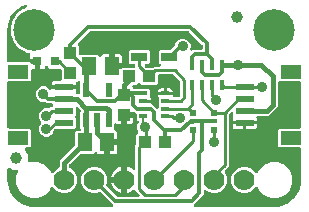
<source format=gbr>
G04 EAGLE Gerber RS-274X export*
G75*
%MOMM*%
%FSLAX34Y34*%
%LPD*%
%INTop Copper*%
%IPPOS*%
%AMOC8*
5,1,8,0,0,1.08239X$1,22.5*%
G01*
%ADD10R,1.240000X1.500000*%
%ADD11R,0.550000X1.200000*%
%ADD12R,1.000000X1.075000*%
%ADD13R,0.450000X0.900000*%
%ADD14R,0.500000X0.500000*%
%ADD15R,0.500000X0.400000*%
%ADD16C,3.516000*%
%ADD17R,1.550000X0.600000*%
%ADD18R,1.800000X1.200000*%
%ADD19C,1.000000*%
%ADD20R,0.800000X0.800000*%
%ADD21R,1.075000X1.000000*%
%ADD22R,1.350000X0.800000*%
%ADD23C,1.778000*%
%ADD24R,0.725000X0.350000*%
%ADD25C,0.406400*%
%ADD26C,0.889000*%
%ADD27C,0.304800*%
%ADD28C,0.254000*%
%ADD29C,0.203200*%

G36*
X228622Y2543D02*
X228622Y2543D01*
X228700Y2545D01*
X232077Y2810D01*
X232145Y2824D01*
X232214Y2829D01*
X232370Y2869D01*
X238794Y4956D01*
X238901Y5006D01*
X239012Y5050D01*
X239063Y5083D01*
X239082Y5091D01*
X239097Y5104D01*
X239148Y5136D01*
X244612Y9107D01*
X244699Y9188D01*
X244746Y9227D01*
X244752Y9231D01*
X244753Y9232D01*
X244791Y9264D01*
X244829Y9310D01*
X244844Y9324D01*
X244855Y9342D01*
X244893Y9388D01*
X248864Y14852D01*
X248921Y14956D01*
X248985Y15056D01*
X249007Y15113D01*
X249017Y15131D01*
X249022Y15151D01*
X249044Y15206D01*
X251131Y21630D01*
X251144Y21698D01*
X251167Y21764D01*
X251190Y21923D01*
X251455Y25300D01*
X251455Y25304D01*
X251456Y25307D01*
X251455Y25326D01*
X251459Y25400D01*
X251459Y51598D01*
X251444Y51716D01*
X251437Y51835D01*
X251424Y51873D01*
X251419Y51914D01*
X251376Y52024D01*
X251339Y52137D01*
X251317Y52172D01*
X251302Y52209D01*
X251233Y52305D01*
X251169Y52406D01*
X251139Y52434D01*
X251116Y52467D01*
X251024Y52543D01*
X250937Y52624D01*
X250902Y52644D01*
X250871Y52669D01*
X250763Y52720D01*
X250659Y52778D01*
X250619Y52788D01*
X250583Y52805D01*
X250466Y52827D01*
X250351Y52857D01*
X250291Y52861D01*
X250271Y52865D01*
X250250Y52863D01*
X250190Y52867D01*
X232618Y52867D01*
X231427Y54058D01*
X231427Y67742D01*
X232618Y68933D01*
X250190Y68933D01*
X250308Y68948D01*
X250427Y68955D01*
X250465Y68968D01*
X250506Y68973D01*
X250616Y69016D01*
X250729Y69053D01*
X250764Y69075D01*
X250801Y69090D01*
X250897Y69159D01*
X250998Y69223D01*
X251026Y69253D01*
X251059Y69276D01*
X251135Y69368D01*
X251216Y69455D01*
X251236Y69490D01*
X251261Y69521D01*
X251312Y69629D01*
X251370Y69733D01*
X251380Y69773D01*
X251397Y69809D01*
X251419Y69926D01*
X251449Y70041D01*
X251453Y70101D01*
X251457Y70121D01*
X251455Y70142D01*
X251459Y70202D01*
X251459Y107598D01*
X251444Y107716D01*
X251437Y107835D01*
X251424Y107873D01*
X251419Y107914D01*
X251376Y108024D01*
X251339Y108137D01*
X251317Y108172D01*
X251302Y108209D01*
X251233Y108305D01*
X251169Y108406D01*
X251139Y108434D01*
X251116Y108467D01*
X251024Y108543D01*
X250937Y108624D01*
X250902Y108644D01*
X250871Y108669D01*
X250763Y108720D01*
X250659Y108778D01*
X250619Y108788D01*
X250583Y108805D01*
X250466Y108827D01*
X250351Y108857D01*
X250291Y108861D01*
X250271Y108865D01*
X250250Y108863D01*
X250190Y108867D01*
X232664Y108867D01*
X232546Y108852D01*
X232427Y108845D01*
X232389Y108832D01*
X232348Y108827D01*
X232238Y108784D01*
X232125Y108747D01*
X232090Y108725D01*
X232053Y108710D01*
X231957Y108641D01*
X231856Y108577D01*
X231828Y108547D01*
X231795Y108524D01*
X231719Y108432D01*
X231638Y108345D01*
X231618Y108310D01*
X231593Y108279D01*
X231542Y108171D01*
X231484Y108067D01*
X231474Y108027D01*
X231457Y107991D01*
X231435Y107874D01*
X231405Y107759D01*
X231401Y107699D01*
X231397Y107679D01*
X231399Y107658D01*
X231395Y107598D01*
X231395Y87216D01*
X226766Y82588D01*
X224014Y79835D01*
X214647Y79835D01*
X214516Y79819D01*
X214384Y79808D01*
X214359Y79799D01*
X214332Y79795D01*
X214209Y79747D01*
X214084Y79703D01*
X214061Y79688D01*
X214036Y79678D01*
X213929Y79601D01*
X213819Y79527D01*
X213801Y79507D01*
X213779Y79492D01*
X213694Y79389D01*
X213606Y79291D01*
X213593Y79267D01*
X213576Y79247D01*
X213520Y79127D01*
X213458Y79009D01*
X213452Y78983D01*
X213441Y78959D01*
X213416Y78829D01*
X213385Y78700D01*
X213386Y78673D01*
X213381Y78647D01*
X213389Y78515D01*
X213392Y78382D01*
X213399Y78356D01*
X213401Y78329D01*
X213441Y78203D01*
X213477Y78076D01*
X213494Y78041D01*
X213499Y78027D01*
X213510Y78008D01*
X213548Y77931D01*
X213578Y77881D01*
X213751Y77234D01*
X213751Y75399D01*
X203690Y75399D01*
X203572Y75384D01*
X203453Y75377D01*
X203446Y75375D01*
X203390Y75389D01*
X203330Y75393D01*
X203310Y75397D01*
X203290Y75395D01*
X203230Y75399D01*
X193169Y75399D01*
X193169Y77234D01*
X193342Y77881D01*
X193718Y78531D01*
X193730Y78545D01*
X193749Y78581D01*
X193773Y78612D01*
X193821Y78722D01*
X193875Y78828D01*
X193884Y78867D01*
X193900Y78904D01*
X193918Y79022D01*
X193945Y79139D01*
X193943Y79178D01*
X193950Y79218D01*
X193939Y79337D01*
X193935Y79457D01*
X193924Y79495D01*
X193920Y79535D01*
X193880Y79647D01*
X193847Y79762D01*
X193826Y79796D01*
X193813Y79834D01*
X193746Y79933D01*
X193685Y80036D01*
X193677Y80045D01*
X193677Y81802D01*
X193660Y81940D01*
X193647Y82079D01*
X193640Y82098D01*
X193637Y82118D01*
X193586Y82247D01*
X193539Y82378D01*
X193528Y82395D01*
X193520Y82413D01*
X193439Y82526D01*
X193361Y82641D01*
X193345Y82654D01*
X193334Y82671D01*
X193226Y82760D01*
X193122Y82852D01*
X193104Y82861D01*
X193089Y82874D01*
X192963Y82933D01*
X192839Y82996D01*
X192819Y83001D01*
X192801Y83009D01*
X192664Y83035D01*
X192529Y83066D01*
X192508Y83065D01*
X192489Y83069D01*
X192350Y83060D01*
X192211Y83056D01*
X192191Y83050D01*
X192171Y83049D01*
X192039Y83006D01*
X191905Y82968D01*
X191888Y82957D01*
X191869Y82951D01*
X191751Y82877D01*
X191631Y82806D01*
X191610Y82788D01*
X191600Y82781D01*
X191586Y82766D01*
X191511Y82700D01*
X190364Y81554D01*
X190304Y81476D01*
X190236Y81403D01*
X190207Y81350D01*
X190170Y81302D01*
X190130Y81212D01*
X190082Y81125D01*
X190067Y81066D01*
X190043Y81011D01*
X190028Y80913D01*
X190003Y80817D01*
X189997Y80717D01*
X189993Y80696D01*
X189995Y80684D01*
X189993Y80656D01*
X189993Y36732D01*
X187686Y34426D01*
X187686Y34425D01*
X186851Y33591D01*
X186779Y33497D01*
X186700Y33407D01*
X186681Y33371D01*
X186656Y33339D01*
X186609Y33230D01*
X186555Y33124D01*
X186546Y33085D01*
X186530Y33048D01*
X186511Y32930D01*
X186485Y32814D01*
X186487Y32773D01*
X186480Y32733D01*
X186491Y32615D01*
X186495Y32496D01*
X186506Y32457D01*
X186510Y32417D01*
X186550Y32305D01*
X186583Y32190D01*
X186604Y32155D01*
X186618Y32118D01*
X186684Y32019D01*
X186745Y31916D01*
X186785Y31871D01*
X186796Y31854D01*
X186812Y31841D01*
X186851Y31796D01*
X187060Y31587D01*
X188723Y27573D01*
X188723Y23227D01*
X187060Y19213D01*
X183987Y16140D01*
X179973Y14477D01*
X175627Y14477D01*
X171613Y16140D01*
X170823Y16929D01*
X170714Y17014D01*
X170607Y17103D01*
X170588Y17112D01*
X170572Y17124D01*
X170445Y17180D01*
X170319Y17239D01*
X170299Y17243D01*
X170280Y17251D01*
X170142Y17273D01*
X170006Y17299D01*
X169986Y17297D01*
X169966Y17301D01*
X169827Y17288D01*
X169689Y17279D01*
X169670Y17273D01*
X169650Y17271D01*
X169518Y17224D01*
X169387Y17181D01*
X169369Y17170D01*
X169350Y17163D01*
X169235Y17085D01*
X169118Y17011D01*
X169104Y16996D01*
X169087Y16985D01*
X168995Y16881D01*
X168900Y16779D01*
X168890Y16761D01*
X168877Y16746D01*
X168814Y16622D01*
X168746Y16501D01*
X168741Y16481D01*
X168732Y16463D01*
X168702Y16327D01*
X168667Y16193D01*
X168665Y16165D01*
X168662Y16153D01*
X168663Y16132D01*
X168657Y16032D01*
X168657Y12497D01*
X160867Y4707D01*
X160782Y4598D01*
X160694Y4491D01*
X160685Y4472D01*
X160672Y4456D01*
X160617Y4328D01*
X160558Y4203D01*
X160554Y4183D01*
X160546Y4164D01*
X160524Y4026D01*
X160498Y3890D01*
X160499Y3870D01*
X160496Y3850D01*
X160509Y3711D01*
X160518Y3573D01*
X160524Y3554D01*
X160526Y3534D01*
X160573Y3402D01*
X160616Y3271D01*
X160627Y3253D01*
X160634Y3234D01*
X160712Y3119D01*
X160786Y3002D01*
X160801Y2988D01*
X160812Y2971D01*
X160917Y2879D01*
X161018Y2784D01*
X161035Y2774D01*
X161051Y2761D01*
X161175Y2697D01*
X161296Y2630D01*
X161316Y2625D01*
X161334Y2616D01*
X161470Y2586D01*
X161604Y2551D01*
X161632Y2549D01*
X161644Y2546D01*
X161665Y2547D01*
X161765Y2541D01*
X228600Y2541D01*
X228622Y2543D01*
G37*
G36*
X40516Y30976D02*
X40516Y30976D01*
X40536Y30975D01*
X40672Y31003D01*
X40809Y31027D01*
X40827Y31035D01*
X40847Y31039D01*
X40973Y31101D01*
X41099Y31158D01*
X41115Y31170D01*
X41133Y31179D01*
X41239Y31270D01*
X41347Y31356D01*
X41360Y31372D01*
X41375Y31385D01*
X41455Y31499D01*
X41464Y31511D01*
X44613Y34660D01*
X45952Y35214D01*
X45977Y35229D01*
X46005Y35238D01*
X46115Y35308D01*
X46228Y35372D01*
X46249Y35393D01*
X46274Y35408D01*
X46363Y35503D01*
X46456Y35593D01*
X46472Y35618D01*
X46492Y35640D01*
X46555Y35754D01*
X46623Y35864D01*
X46631Y35893D01*
X46646Y35918D01*
X46678Y36044D01*
X46716Y36168D01*
X46718Y36198D01*
X46725Y36226D01*
X46735Y36387D01*
X46735Y41664D01*
X59366Y54294D01*
X59426Y54372D01*
X59494Y54444D01*
X59523Y54497D01*
X59560Y54545D01*
X59600Y54636D01*
X59648Y54723D01*
X59663Y54781D01*
X59687Y54837D01*
X59702Y54935D01*
X59727Y55031D01*
X59733Y55131D01*
X59737Y55151D01*
X59735Y55163D01*
X59737Y55191D01*
X59737Y65492D01*
X60928Y66683D01*
X63767Y66683D01*
X63905Y66700D01*
X64044Y66713D01*
X64063Y66720D01*
X64083Y66723D01*
X64212Y66774D01*
X64343Y66821D01*
X64360Y66832D01*
X64379Y66840D01*
X64491Y66921D01*
X64606Y66999D01*
X64619Y67015D01*
X64636Y67026D01*
X64725Y67134D01*
X64817Y67238D01*
X64826Y67256D01*
X64839Y67271D01*
X64898Y67397D01*
X64961Y67521D01*
X64966Y67541D01*
X64974Y67559D01*
X65000Y67695D01*
X65031Y67831D01*
X65030Y67852D01*
X65034Y67871D01*
X65025Y68010D01*
X65021Y68149D01*
X65016Y68169D01*
X65014Y68189D01*
X64971Y68321D01*
X64933Y68455D01*
X64922Y68472D01*
X64916Y68491D01*
X64842Y68609D01*
X64771Y68729D01*
X64753Y68750D01*
X64746Y68760D01*
X64731Y68774D01*
X64665Y68850D01*
X64457Y69057D01*
X64457Y82741D01*
X64581Y82865D01*
X64654Y82959D01*
X64733Y83048D01*
X64752Y83085D01*
X64776Y83116D01*
X64824Y83226D01*
X64878Y83332D01*
X64887Y83371D01*
X64903Y83408D01*
X64921Y83526D01*
X64947Y83642D01*
X64946Y83682D01*
X64953Y83722D01*
X64941Y83841D01*
X64938Y83960D01*
X64927Y83999D01*
X64923Y84039D01*
X64882Y84151D01*
X64849Y84265D01*
X64829Y84300D01*
X64815Y84338D01*
X64748Y84437D01*
X64688Y84539D01*
X64656Y84575D01*
X64653Y84581D01*
X64647Y84586D01*
X64637Y84601D01*
X64621Y84615D01*
X64581Y84660D01*
X62489Y86752D01*
X62380Y86837D01*
X62273Y86926D01*
X62254Y86935D01*
X62238Y86947D01*
X62110Y87003D01*
X61985Y87062D01*
X61965Y87065D01*
X61946Y87073D01*
X61808Y87095D01*
X61672Y87121D01*
X61652Y87120D01*
X61632Y87123D01*
X61493Y87110D01*
X61355Y87102D01*
X61336Y87095D01*
X61316Y87093D01*
X61184Y87046D01*
X61053Y87004D01*
X61035Y86993D01*
X61016Y86986D01*
X60901Y86908D01*
X60784Y86833D01*
X60770Y86819D01*
X60753Y86807D01*
X60661Y86703D01*
X60566Y86602D01*
X60556Y86584D01*
X60543Y86569D01*
X60479Y86445D01*
X60412Y86323D01*
X60407Y86304D01*
X60398Y86286D01*
X60368Y86150D01*
X60333Y86015D01*
X60331Y85987D01*
X60328Y85975D01*
X60329Y85955D01*
X60323Y85855D01*
X60323Y80058D01*
X60062Y79798D01*
X59989Y79703D01*
X59910Y79614D01*
X59892Y79578D01*
X59867Y79546D01*
X59820Y79437D01*
X59766Y79331D01*
X59757Y79292D01*
X59741Y79254D01*
X59722Y79136D01*
X59696Y79021D01*
X59697Y78980D01*
X59691Y78940D01*
X59702Y78822D01*
X59706Y78703D01*
X59717Y78664D01*
X59721Y78624D01*
X59761Y78512D01*
X59794Y78397D01*
X59815Y78362D01*
X59828Y78324D01*
X59895Y78226D01*
X59956Y78123D01*
X59996Y78078D01*
X60007Y78061D01*
X60022Y78048D01*
X60062Y78003D01*
X60323Y77742D01*
X60323Y70058D01*
X59132Y68867D01*
X43584Y68867D01*
X43486Y68855D01*
X43387Y68852D01*
X43328Y68835D01*
X43268Y68827D01*
X43176Y68791D01*
X43081Y68763D01*
X43029Y68733D01*
X42973Y68710D01*
X42893Y68652D01*
X42807Y68602D01*
X42732Y68536D01*
X42715Y68524D01*
X42707Y68514D01*
X42686Y68496D01*
X42409Y68219D01*
X42349Y68140D01*
X42281Y68068D01*
X42252Y68015D01*
X42215Y67967D01*
X42175Y67876D01*
X42127Y67790D01*
X42112Y67731D01*
X42088Y67676D01*
X42073Y67578D01*
X42048Y67482D01*
X42042Y67382D01*
X42038Y67361D01*
X42040Y67349D01*
X42038Y67321D01*
X42038Y67291D01*
X41052Y64911D01*
X39229Y63088D01*
X36849Y62102D01*
X34271Y62102D01*
X31891Y63088D01*
X30068Y64911D01*
X29082Y67291D01*
X29082Y69869D01*
X30068Y72249D01*
X30963Y73144D01*
X31036Y73238D01*
X31114Y73327D01*
X31133Y73363D01*
X31158Y73395D01*
X31205Y73504D01*
X31259Y73610D01*
X31268Y73649D01*
X31284Y73687D01*
X31303Y73804D01*
X31329Y73920D01*
X31327Y73961D01*
X31334Y74001D01*
X31323Y74119D01*
X31319Y74238D01*
X31308Y74277D01*
X31304Y74317D01*
X31264Y74429D01*
X31231Y74544D01*
X31210Y74579D01*
X31196Y74617D01*
X31129Y74715D01*
X31069Y74818D01*
X31029Y74863D01*
X31018Y74880D01*
X31002Y74893D01*
X30963Y74939D01*
X30068Y75833D01*
X29082Y78213D01*
X29082Y80791D01*
X30068Y83171D01*
X31891Y84994D01*
X34271Y85980D01*
X36909Y85980D01*
X36911Y85979D01*
X37037Y85945D01*
X37066Y85944D01*
X37095Y85938D01*
X37225Y85942D01*
X37355Y85940D01*
X37383Y85947D01*
X37413Y85948D01*
X37538Y85984D01*
X37664Y86014D01*
X37690Y86028D01*
X37718Y86036D01*
X37830Y86102D01*
X37945Y86163D01*
X37967Y86183D01*
X37992Y86198D01*
X38113Y86304D01*
X39012Y87203D01*
X39692Y87203D01*
X39790Y87215D01*
X39889Y87218D01*
X39948Y87235D01*
X40008Y87243D01*
X40100Y87279D01*
X40195Y87307D01*
X40247Y87337D01*
X40303Y87360D01*
X40384Y87418D01*
X40469Y87468D01*
X40544Y87534D01*
X40561Y87546D01*
X40569Y87556D01*
X40590Y87574D01*
X41018Y88003D01*
X41091Y88097D01*
X41170Y88186D01*
X41188Y88222D01*
X41213Y88254D01*
X41260Y88363D01*
X41314Y88469D01*
X41323Y88508D01*
X41339Y88546D01*
X41358Y88664D01*
X41384Y88779D01*
X41383Y88820D01*
X41389Y88860D01*
X41378Y88979D01*
X41374Y89097D01*
X41363Y89136D01*
X41359Y89176D01*
X41319Y89288D01*
X41286Y89403D01*
X41265Y89438D01*
X41252Y89476D01*
X41185Y89574D01*
X41124Y89677D01*
X41084Y89722D01*
X41073Y89739D01*
X41058Y89752D01*
X41018Y89798D01*
X40844Y89972D01*
X40766Y90032D01*
X40693Y90100D01*
X40640Y90129D01*
X40592Y90167D01*
X40501Y90206D01*
X40415Y90254D01*
X40356Y90269D01*
X40301Y90293D01*
X40203Y90308D01*
X40107Y90333D01*
X40007Y90339D01*
X39986Y90343D01*
X39974Y90341D01*
X39946Y90343D01*
X35691Y90343D01*
X34840Y91195D01*
X34761Y91255D01*
X34689Y91323D01*
X34636Y91352D01*
X34588Y91389D01*
X34497Y91429D01*
X34411Y91477D01*
X34352Y91492D01*
X34296Y91516D01*
X34198Y91531D01*
X34103Y91556D01*
X34003Y91562D01*
X33982Y91566D01*
X33970Y91564D01*
X33942Y91566D01*
X31731Y91566D01*
X29351Y92552D01*
X27528Y94375D01*
X26542Y96755D01*
X26542Y99333D01*
X27528Y101713D01*
X29351Y103536D01*
X31731Y104522D01*
X34309Y104522D01*
X36689Y103536D01*
X38083Y102142D01*
X38192Y102057D01*
X38299Y101968D01*
X38318Y101960D01*
X38334Y101947D01*
X38462Y101892D01*
X38587Y101833D01*
X38607Y101829D01*
X38626Y101821D01*
X38764Y101799D01*
X38900Y101773D01*
X38920Y101774D01*
X38940Y101771D01*
X39079Y101784D01*
X39217Y101793D01*
X39236Y101799D01*
X39256Y101801D01*
X39388Y101848D01*
X39519Y101891D01*
X39537Y101902D01*
X39556Y101909D01*
X39671Y101987D01*
X39788Y102061D01*
X39802Y102076D01*
X39819Y102087D01*
X39911Y102192D01*
X40006Y102293D01*
X40016Y102310D01*
X40029Y102326D01*
X40068Y102401D01*
X50310Y102401D01*
X50428Y102416D01*
X50547Y102423D01*
X50554Y102425D01*
X50610Y102411D01*
X50670Y102407D01*
X50690Y102403D01*
X50710Y102405D01*
X50770Y102401D01*
X60831Y102401D01*
X60831Y100566D01*
X60658Y99919D01*
X60628Y99869D01*
X60577Y99747D01*
X60521Y99627D01*
X60516Y99600D01*
X60505Y99576D01*
X60486Y99444D01*
X60461Y99314D01*
X60462Y99288D01*
X60459Y99261D01*
X60472Y99129D01*
X60481Y98997D01*
X60489Y98972D01*
X60492Y98945D01*
X60538Y98820D01*
X60579Y98695D01*
X60593Y98672D01*
X60602Y98647D01*
X60678Y98538D01*
X60749Y98426D01*
X60768Y98407D01*
X60784Y98385D01*
X60884Y98299D01*
X60980Y98208D01*
X61004Y98195D01*
X61024Y98177D01*
X61143Y98118D01*
X61259Y98054D01*
X61285Y98048D01*
X61309Y98036D01*
X61439Y98008D01*
X61567Y97975D01*
X61605Y97973D01*
X61620Y97969D01*
X61642Y97970D01*
X61727Y97965D01*
X63188Y97965D01*
X63306Y97980D01*
X63425Y97987D01*
X63463Y98000D01*
X63504Y98005D01*
X63614Y98048D01*
X63727Y98085D01*
X63762Y98107D01*
X63799Y98122D01*
X63895Y98191D01*
X63996Y98255D01*
X64024Y98285D01*
X64057Y98308D01*
X64133Y98400D01*
X64214Y98487D01*
X64234Y98522D01*
X64259Y98553D01*
X64310Y98661D01*
X64368Y98765D01*
X64378Y98805D01*
X64395Y98841D01*
X64417Y98958D01*
X64447Y99073D01*
X64451Y99133D01*
X64455Y99153D01*
X64453Y99174D01*
X64457Y99234D01*
X64457Y108223D01*
X64440Y108361D01*
X64427Y108500D01*
X64420Y108519D01*
X64417Y108539D01*
X64366Y108668D01*
X64319Y108799D01*
X64308Y108816D01*
X64300Y108835D01*
X64219Y108947D01*
X64141Y109062D01*
X64125Y109075D01*
X64114Y109092D01*
X64006Y109181D01*
X63902Y109273D01*
X63884Y109282D01*
X63869Y109295D01*
X63743Y109354D01*
X63619Y109417D01*
X63599Y109422D01*
X63581Y109430D01*
X63444Y109456D01*
X63309Y109487D01*
X63288Y109486D01*
X63269Y109490D01*
X63130Y109481D01*
X62991Y109477D01*
X62971Y109472D01*
X62951Y109470D01*
X62819Y109428D01*
X62685Y109389D01*
X62668Y109378D01*
X62649Y109372D01*
X62531Y109298D01*
X62411Y109227D01*
X62390Y109209D01*
X62380Y109202D01*
X62366Y109187D01*
X62291Y109121D01*
X61621Y108452D01*
X61561Y108432D01*
X61526Y108410D01*
X61489Y108395D01*
X61393Y108326D01*
X61292Y108262D01*
X61264Y108232D01*
X61231Y108209D01*
X61155Y108117D01*
X61074Y108030D01*
X61054Y107995D01*
X61029Y107964D01*
X60978Y107856D01*
X60920Y107752D01*
X60910Y107712D01*
X60893Y107676D01*
X60871Y107559D01*
X60841Y107444D01*
X60837Y107384D01*
X60833Y107364D01*
X60835Y107343D01*
X60831Y107283D01*
X60831Y105399D01*
X50770Y105399D01*
X50652Y105384D01*
X50533Y105377D01*
X50526Y105375D01*
X50470Y105389D01*
X50410Y105393D01*
X50390Y105397D01*
X50370Y105395D01*
X50310Y105399D01*
X40249Y105399D01*
X40249Y107234D01*
X40422Y107881D01*
X40757Y108460D01*
X41230Y108933D01*
X41809Y109268D01*
X42456Y109441D01*
X47578Y109441D01*
X47696Y109456D01*
X47815Y109463D01*
X47853Y109476D01*
X47894Y109481D01*
X48004Y109524D01*
X48117Y109561D01*
X48152Y109583D01*
X48189Y109598D01*
X48285Y109667D01*
X48386Y109731D01*
X48414Y109761D01*
X48447Y109784D01*
X48523Y109876D01*
X48604Y109963D01*
X48624Y109998D01*
X48649Y110029D01*
X48700Y110137D01*
X48758Y110241D01*
X48768Y110281D01*
X48785Y110317D01*
X48807Y110434D01*
X48837Y110549D01*
X48841Y110609D01*
X48845Y110629D01*
X48843Y110650D01*
X48847Y110710D01*
X48847Y117796D01*
X48835Y117894D01*
X48832Y117993D01*
X48815Y118052D01*
X48807Y118112D01*
X48771Y118204D01*
X48743Y118299D01*
X48713Y118351D01*
X48690Y118407D01*
X48632Y118487D01*
X48582Y118573D01*
X48516Y118648D01*
X48504Y118665D01*
X48494Y118673D01*
X48476Y118694D01*
X47844Y119326D01*
X47765Y119386D01*
X47693Y119454D01*
X47640Y119483D01*
X47592Y119520D01*
X47501Y119560D01*
X47415Y119608D01*
X47356Y119623D01*
X47301Y119647D01*
X47203Y119662D01*
X47107Y119687D01*
X47007Y119693D01*
X46986Y119697D01*
X46974Y119695D01*
X46946Y119697D01*
X38218Y119697D01*
X37016Y120899D01*
X37008Y120962D01*
X36991Y121113D01*
X36988Y121119D01*
X36987Y121126D01*
X36931Y121269D01*
X36877Y121410D01*
X36873Y121416D01*
X36870Y121422D01*
X36781Y121546D01*
X36693Y121669D01*
X36688Y121674D01*
X36684Y121679D01*
X36565Y121777D01*
X36450Y121875D01*
X36444Y121878D01*
X36439Y121882D01*
X36301Y121947D01*
X36164Y122013D01*
X36157Y122015D01*
X36151Y122018D01*
X36003Y122046D01*
X35852Y122076D01*
X35845Y122076D01*
X35839Y122077D01*
X35687Y122068D01*
X35534Y122060D01*
X35528Y122058D01*
X35521Y122058D01*
X35377Y122011D01*
X35231Y121965D01*
X35225Y121962D01*
X35219Y121960D01*
X35090Y121878D01*
X34960Y121798D01*
X34956Y121793D01*
X34950Y121789D01*
X34845Y121678D01*
X34740Y121569D01*
X34737Y121563D01*
X34732Y121558D01*
X34658Y121423D01*
X34583Y121292D01*
X34581Y121283D01*
X34578Y121279D01*
X34576Y121269D01*
X34532Y121139D01*
X34428Y120749D01*
X34093Y120170D01*
X33620Y119697D01*
X33041Y119362D01*
X32394Y119189D01*
X30059Y119189D01*
X30059Y125000D01*
X30044Y125118D01*
X30037Y125237D01*
X30024Y125275D01*
X30019Y125315D01*
X29976Y125426D01*
X29939Y125539D01*
X29917Y125573D01*
X29902Y125611D01*
X29833Y125707D01*
X29769Y125808D01*
X29739Y125836D01*
X29716Y125868D01*
X29624Y125944D01*
X29537Y126026D01*
X29502Y126045D01*
X29471Y126071D01*
X29363Y126122D01*
X29259Y126179D01*
X29219Y126189D01*
X29183Y126207D01*
X29066Y126229D01*
X28951Y126259D01*
X28891Y126263D01*
X28871Y126266D01*
X28850Y126265D01*
X28790Y126269D01*
X28599Y126269D01*
X28599Y126460D01*
X28584Y126578D01*
X28577Y126697D01*
X28564Y126735D01*
X28559Y126776D01*
X28515Y126886D01*
X28479Y126999D01*
X28457Y127034D01*
X28442Y127071D01*
X28372Y127167D01*
X28309Y127268D01*
X28279Y127296D01*
X28255Y127329D01*
X28164Y127405D01*
X28077Y127486D01*
X28042Y127506D01*
X28010Y127531D01*
X27903Y127582D01*
X27798Y127640D01*
X27759Y127650D01*
X27723Y127667D01*
X27606Y127689D01*
X27490Y127719D01*
X27430Y127723D01*
X27410Y127727D01*
X27390Y127725D01*
X27330Y127729D01*
X21519Y127729D01*
X21519Y130064D01*
X21692Y130711D01*
X21899Y131068D01*
X21916Y131108D01*
X21939Y131144D01*
X21977Y131254D01*
X22022Y131362D01*
X22028Y131404D01*
X22042Y131445D01*
X22052Y131561D01*
X22069Y131676D01*
X22064Y131719D01*
X22068Y131762D01*
X22048Y131877D01*
X22036Y131992D01*
X22021Y132033D01*
X22013Y132075D01*
X21965Y132181D01*
X21925Y132291D01*
X21900Y132326D01*
X21883Y132365D01*
X21810Y132456D01*
X21743Y132552D01*
X21711Y132580D01*
X21684Y132613D01*
X21591Y132683D01*
X21503Y132760D01*
X21464Y132779D01*
X21430Y132805D01*
X21285Y132876D01*
X20951Y133014D01*
X20852Y133041D01*
X20757Y133077D01*
X20665Y133092D01*
X20644Y133098D01*
X20631Y133098D01*
X20598Y133104D01*
X19179Y133253D01*
X16215Y134964D01*
X16213Y134965D01*
X16210Y134967D01*
X16066Y135038D01*
X14290Y135773D01*
X13693Y136370D01*
X13626Y136422D01*
X13565Y136483D01*
X13451Y136558D01*
X13442Y136565D01*
X13438Y136567D01*
X13431Y136572D01*
X11929Y137439D01*
X10139Y139903D01*
X10126Y139917D01*
X10116Y139933D01*
X10009Y140054D01*
X8773Y141290D01*
X8357Y142296D01*
X8322Y142356D01*
X8297Y142420D01*
X8211Y142556D01*
X7008Y144211D01*
X6447Y146849D01*
X6436Y146883D01*
X6431Y146919D01*
X6379Y147071D01*
X5787Y148499D01*
X5787Y149822D01*
X5781Y149874D01*
X5783Y149926D01*
X5760Y150086D01*
X5268Y152400D01*
X5760Y154714D01*
X5764Y154767D01*
X5777Y154817D01*
X5787Y154978D01*
X5787Y156301D01*
X6379Y157729D01*
X6388Y157763D01*
X6404Y157795D01*
X6447Y157951D01*
X7008Y160589D01*
X8211Y162244D01*
X8244Y162305D01*
X8286Y162360D01*
X8357Y162504D01*
X8773Y163510D01*
X10009Y164746D01*
X10021Y164761D01*
X10036Y164773D01*
X10139Y164897D01*
X11929Y167361D01*
X13431Y168228D01*
X13499Y168280D01*
X13573Y168324D01*
X13675Y168414D01*
X13684Y168421D01*
X13687Y168424D01*
X13693Y168430D01*
X14290Y169027D01*
X16066Y169762D01*
X16068Y169764D01*
X16071Y169764D01*
X16215Y169836D01*
X18972Y171428D01*
X18993Y171444D01*
X19017Y171455D01*
X19119Y171540D01*
X19225Y171620D01*
X19242Y171641D01*
X19262Y171658D01*
X19340Y171765D01*
X19423Y171869D01*
X19434Y171893D01*
X19449Y171915D01*
X19498Y172038D01*
X19552Y172159D01*
X19557Y172186D01*
X19566Y172211D01*
X19583Y172342D01*
X19605Y172473D01*
X19603Y172500D01*
X19606Y172526D01*
X19590Y172658D01*
X19579Y172790D01*
X19570Y172815D01*
X19567Y172842D01*
X19518Y172965D01*
X19474Y173090D01*
X19460Y173113D01*
X19450Y173137D01*
X19372Y173245D01*
X19299Y173355D01*
X19279Y173373D01*
X19263Y173395D01*
X19161Y173480D01*
X19062Y173568D01*
X19039Y173581D01*
X19018Y173598D01*
X18898Y173655D01*
X18781Y173716D01*
X18755Y173722D01*
X18731Y173733D01*
X18600Y173758D01*
X18471Y173789D01*
X18445Y173788D01*
X18418Y173793D01*
X18286Y173785D01*
X18153Y173783D01*
X18128Y173775D01*
X18101Y173774D01*
X17945Y173734D01*
X15206Y172844D01*
X15099Y172794D01*
X14988Y172750D01*
X14937Y172717D01*
X14918Y172709D01*
X14903Y172696D01*
X14852Y172664D01*
X9388Y168693D01*
X9301Y168612D01*
X9209Y168536D01*
X9171Y168490D01*
X9156Y168476D01*
X9145Y168458D01*
X9107Y168412D01*
X5136Y162948D01*
X5079Y162844D01*
X5015Y162744D01*
X4993Y162687D01*
X4983Y162669D01*
X4978Y162649D01*
X4956Y162594D01*
X2869Y156170D01*
X2856Y156102D01*
X2833Y156036D01*
X2810Y155877D01*
X2545Y152500D01*
X2546Y152478D01*
X2541Y152400D01*
X2541Y126202D01*
X2556Y126084D01*
X2563Y125965D01*
X2576Y125927D01*
X2581Y125886D01*
X2624Y125776D01*
X2661Y125663D01*
X2683Y125628D01*
X2698Y125591D01*
X2767Y125495D01*
X2831Y125394D01*
X2861Y125366D01*
X2884Y125333D01*
X2976Y125257D01*
X3063Y125176D01*
X3098Y125156D01*
X3129Y125131D01*
X3237Y125080D01*
X3341Y125022D01*
X3381Y125012D01*
X3417Y124995D01*
X3534Y124973D01*
X3649Y124943D01*
X3709Y124939D01*
X3729Y124935D01*
X3750Y124937D01*
X3810Y124933D01*
X21382Y124933D01*
X22212Y124102D01*
X22291Y124042D01*
X22363Y123974D01*
X22416Y123945D01*
X22464Y123908D01*
X22555Y123868D01*
X22641Y123820D01*
X22700Y123805D01*
X22755Y123781D01*
X22853Y123766D01*
X22949Y123741D01*
X23049Y123735D01*
X23069Y123731D01*
X23082Y123732D01*
X23110Y123731D01*
X26061Y123731D01*
X26061Y119189D01*
X23842Y119189D01*
X23724Y119174D01*
X23605Y119167D01*
X23567Y119154D01*
X23526Y119149D01*
X23416Y119106D01*
X23303Y119069D01*
X23268Y119047D01*
X23231Y119032D01*
X23135Y118963D01*
X23034Y118899D01*
X23006Y118869D01*
X22973Y118846D01*
X22897Y118754D01*
X22816Y118667D01*
X22796Y118632D01*
X22771Y118601D01*
X22720Y118493D01*
X22662Y118389D01*
X22652Y118349D01*
X22635Y118313D01*
X22613Y118196D01*
X22583Y118081D01*
X22579Y118021D01*
X22575Y118001D01*
X22577Y117980D01*
X22573Y117920D01*
X22573Y110058D01*
X21382Y108867D01*
X3810Y108867D01*
X3692Y108852D01*
X3573Y108845D01*
X3535Y108832D01*
X3494Y108827D01*
X3384Y108784D01*
X3271Y108747D01*
X3236Y108725D01*
X3199Y108710D01*
X3103Y108641D01*
X3002Y108577D01*
X2974Y108547D01*
X2941Y108524D01*
X2865Y108432D01*
X2784Y108345D01*
X2764Y108310D01*
X2739Y108279D01*
X2688Y108171D01*
X2630Y108067D01*
X2620Y108027D01*
X2603Y107991D01*
X2581Y107874D01*
X2551Y107759D01*
X2547Y107699D01*
X2543Y107679D01*
X2545Y107658D01*
X2541Y107598D01*
X2541Y70202D01*
X2556Y70084D01*
X2563Y69965D01*
X2576Y69927D01*
X2581Y69886D01*
X2624Y69776D01*
X2661Y69663D01*
X2683Y69628D01*
X2698Y69591D01*
X2767Y69495D01*
X2831Y69394D01*
X2861Y69366D01*
X2884Y69333D01*
X2976Y69257D01*
X3063Y69176D01*
X3098Y69156D01*
X3129Y69131D01*
X3237Y69080D01*
X3341Y69022D01*
X3381Y69012D01*
X3417Y68995D01*
X3534Y68973D01*
X3649Y68943D01*
X3709Y68939D01*
X3729Y68935D01*
X3750Y68937D01*
X3810Y68933D01*
X21382Y68933D01*
X22573Y67742D01*
X22573Y54058D01*
X21382Y52867D01*
X18680Y52867D01*
X18549Y52851D01*
X18417Y52840D01*
X18391Y52831D01*
X18364Y52827D01*
X18242Y52779D01*
X18116Y52735D01*
X18094Y52720D01*
X18069Y52710D01*
X17962Y52633D01*
X17851Y52559D01*
X17833Y52539D01*
X17811Y52524D01*
X17727Y52421D01*
X17638Y52323D01*
X17626Y52299D01*
X17609Y52279D01*
X17552Y52159D01*
X17491Y52042D01*
X17484Y52015D01*
X17473Y51991D01*
X17448Y51861D01*
X17418Y51732D01*
X17418Y51705D01*
X17413Y51679D01*
X17421Y51547D01*
X17424Y51414D01*
X17431Y51388D01*
X17433Y51361D01*
X17474Y51235D01*
X17509Y51108D01*
X17526Y51073D01*
X17531Y51059D01*
X17543Y51040D01*
X17581Y50963D01*
X20161Y46495D01*
X20161Y41626D01*
X20167Y41576D01*
X20165Y41527D01*
X20187Y41419D01*
X20201Y41310D01*
X20219Y41264D01*
X20229Y41215D01*
X20277Y41117D01*
X20318Y41015D01*
X20347Y40974D01*
X20369Y40930D01*
X20440Y40846D01*
X20504Y40757D01*
X20543Y40726D01*
X20575Y40688D01*
X20665Y40625D01*
X20749Y40554D01*
X20794Y40533D01*
X20835Y40505D01*
X20938Y40466D01*
X21037Y40419D01*
X21086Y40410D01*
X21132Y40392D01*
X21242Y40380D01*
X21349Y40359D01*
X21399Y40362D01*
X21448Y40357D01*
X21557Y40372D01*
X21667Y40379D01*
X21714Y40394D01*
X21763Y40401D01*
X21916Y40453D01*
X22368Y40641D01*
X28432Y40641D01*
X34033Y38320D01*
X38320Y34033D01*
X39264Y31755D01*
X39333Y31634D01*
X39398Y31511D01*
X39412Y31496D01*
X39422Y31478D01*
X39519Y31378D01*
X39612Y31276D01*
X39629Y31265D01*
X39643Y31250D01*
X39762Y31177D01*
X39878Y31101D01*
X39897Y31094D01*
X39914Y31084D01*
X40047Y31043D01*
X40179Y30998D01*
X40199Y30996D01*
X40218Y30990D01*
X40357Y30984D01*
X40496Y30973D01*
X40516Y30976D01*
G37*
G36*
X91103Y2558D02*
X91103Y2558D01*
X91241Y2571D01*
X91261Y2578D01*
X91281Y2581D01*
X91410Y2632D01*
X91541Y2679D01*
X91558Y2690D01*
X91576Y2698D01*
X91689Y2779D01*
X91804Y2857D01*
X91817Y2873D01*
X91834Y2884D01*
X91922Y2992D01*
X92014Y3096D01*
X92024Y3114D01*
X92036Y3129D01*
X92096Y3255D01*
X92159Y3379D01*
X92163Y3399D01*
X92172Y3417D01*
X92198Y3554D01*
X92229Y3689D01*
X92228Y3710D01*
X92232Y3729D01*
X92223Y3868D01*
X92219Y4007D01*
X92213Y4027D01*
X92212Y4047D01*
X92169Y4179D01*
X92131Y4313D01*
X92120Y4330D01*
X92114Y4349D01*
X92039Y4467D01*
X91969Y4587D01*
X91950Y4608D01*
X91944Y4618D01*
X91929Y4632D01*
X91863Y4707D01*
X90052Y6519D01*
X81603Y14967D01*
X81579Y14985D01*
X81560Y15008D01*
X81454Y15082D01*
X81352Y15162D01*
X81324Y15174D01*
X81300Y15191D01*
X81179Y15237D01*
X81060Y15288D01*
X81031Y15293D01*
X81003Y15304D01*
X80874Y15318D01*
X80746Y15338D01*
X80716Y15336D01*
X80687Y15339D01*
X80558Y15321D01*
X80429Y15309D01*
X80401Y15299D01*
X80372Y15294D01*
X80220Y15242D01*
X78373Y14477D01*
X74027Y14477D01*
X70013Y16140D01*
X66940Y19213D01*
X65277Y23227D01*
X65277Y27573D01*
X66940Y31587D01*
X70013Y34660D01*
X74027Y36323D01*
X78373Y36323D01*
X82387Y34660D01*
X85460Y31587D01*
X87123Y27573D01*
X87123Y23227D01*
X86358Y21380D01*
X86350Y21352D01*
X86336Y21326D01*
X86308Y21199D01*
X86274Y21074D01*
X86273Y21044D01*
X86267Y21015D01*
X86271Y20886D01*
X86269Y20756D01*
X86276Y20727D01*
X86276Y20697D01*
X86313Y20573D01*
X86343Y20446D01*
X86357Y20420D01*
X86365Y20392D01*
X86431Y20280D01*
X86492Y20165D01*
X86511Y20143D01*
X86526Y20118D01*
X86633Y19997D01*
X95081Y11548D01*
X95160Y11488D01*
X95232Y11420D01*
X95285Y11391D01*
X95333Y11354D01*
X95424Y11314D01*
X95510Y11266D01*
X95569Y11251D01*
X95625Y11227D01*
X95723Y11212D01*
X95818Y11187D01*
X95918Y11181D01*
X95939Y11177D01*
X95951Y11179D01*
X95979Y11177D01*
X113168Y11177D01*
X113306Y11194D01*
X113445Y11207D01*
X113464Y11214D01*
X113484Y11217D01*
X113613Y11268D01*
X113744Y11315D01*
X113761Y11326D01*
X113779Y11334D01*
X113892Y11415D01*
X114007Y11493D01*
X114020Y11509D01*
X114037Y11520D01*
X114126Y11628D01*
X114218Y11732D01*
X114227Y11750D01*
X114240Y11765D01*
X114299Y11891D01*
X114362Y12015D01*
X114367Y12035D01*
X114375Y12053D01*
X114401Y12189D01*
X114432Y12325D01*
X114431Y12346D01*
X114435Y12365D01*
X114426Y12504D01*
X114422Y12643D01*
X114416Y12663D01*
X114415Y12683D01*
X114372Y12815D01*
X114334Y12949D01*
X114323Y12966D01*
X114317Y12985D01*
X114243Y13103D01*
X114172Y13223D01*
X114154Y13244D01*
X114147Y13254D01*
X114132Y13268D01*
X114066Y13343D01*
X113304Y14106D01*
X110785Y16624D01*
X110690Y16698D01*
X110600Y16777D01*
X110565Y16795D01*
X110534Y16819D01*
X110424Y16867D01*
X110317Y16921D01*
X110278Y16930D01*
X110242Y16946D01*
X110123Y16964D01*
X110007Y16991D01*
X109967Y16989D01*
X109928Y16996D01*
X109808Y16984D01*
X109689Y16981D01*
X109651Y16969D01*
X109611Y16966D01*
X109498Y16925D01*
X109383Y16892D01*
X109349Y16872D01*
X109312Y16858D01*
X109266Y16827D01*
X109263Y16826D01*
X109143Y16749D01*
X109110Y16730D01*
X109090Y16713D01*
X107591Y15623D01*
X105988Y14807D01*
X104277Y14251D01*
X104099Y14223D01*
X104099Y24170D01*
X104084Y24288D01*
X104077Y24407D01*
X104064Y24445D01*
X104059Y24485D01*
X104016Y24596D01*
X103979Y24709D01*
X103957Y24743D01*
X103942Y24781D01*
X103873Y24877D01*
X103809Y24978D01*
X103779Y25006D01*
X103756Y25038D01*
X103664Y25114D01*
X103577Y25196D01*
X103542Y25215D01*
X103511Y25241D01*
X103403Y25292D01*
X103299Y25349D01*
X103259Y25359D01*
X103223Y25377D01*
X103116Y25397D01*
X103146Y25401D01*
X103256Y25445D01*
X103369Y25481D01*
X103404Y25503D01*
X103441Y25518D01*
X103537Y25588D01*
X103638Y25651D01*
X103666Y25681D01*
X103699Y25705D01*
X103775Y25796D01*
X103856Y25883D01*
X103876Y25918D01*
X103901Y25950D01*
X103952Y26057D01*
X104010Y26162D01*
X104020Y26201D01*
X104037Y26237D01*
X104059Y26354D01*
X104089Y26470D01*
X104093Y26530D01*
X104097Y26550D01*
X104095Y26570D01*
X104097Y26576D01*
X104096Y26583D01*
X104099Y26630D01*
X104099Y36577D01*
X104277Y36549D01*
X105988Y35993D01*
X107591Y35176D01*
X108501Y34515D01*
X108982Y34166D01*
X109017Y34147D01*
X109047Y34121D01*
X109156Y34070D01*
X109261Y34013D01*
X109299Y34003D01*
X109335Y33986D01*
X109452Y33963D01*
X109569Y33933D01*
X109609Y33933D01*
X109648Y33926D01*
X109767Y33933D01*
X109887Y33933D01*
X109925Y33943D01*
X109965Y33946D01*
X110079Y33983D01*
X110195Y34012D01*
X110230Y34031D01*
X110267Y34044D01*
X110369Y34108D01*
X110473Y34165D01*
X110502Y34193D01*
X110536Y34214D01*
X110618Y34301D01*
X110705Y34383D01*
X110727Y34417D01*
X110754Y34446D01*
X110812Y34550D01*
X110876Y34651D01*
X110888Y34689D01*
X110908Y34724D01*
X110937Y34840D01*
X110975Y34954D01*
X110977Y34993D01*
X110987Y35032D01*
X110997Y35193D01*
X110997Y54572D01*
X111228Y54803D01*
X111289Y54882D01*
X111357Y54954D01*
X111386Y55007D01*
X111423Y55055D01*
X111463Y55145D01*
X111511Y55232D01*
X111526Y55291D01*
X111550Y55346D01*
X111565Y55444D01*
X111590Y55540D01*
X111596Y55640D01*
X111600Y55660D01*
X111598Y55673D01*
X111600Y55701D01*
X111600Y63754D01*
X113060Y65214D01*
X113078Y65237D01*
X113100Y65256D01*
X113175Y65362D01*
X113255Y65465D01*
X113267Y65492D01*
X113284Y65516D01*
X113330Y65638D01*
X113381Y65757D01*
X113386Y65786D01*
X113396Y65814D01*
X113411Y65942D01*
X113431Y66071D01*
X113428Y66100D01*
X113432Y66130D01*
X113413Y66258D01*
X113401Y66387D01*
X113391Y66415D01*
X113387Y66444D01*
X113335Y66597D01*
X112521Y68561D01*
X112521Y71139D01*
X113525Y73562D01*
X113573Y73617D01*
X113592Y73653D01*
X113617Y73685D01*
X113664Y73794D01*
X113718Y73900D01*
X113727Y73940D01*
X113743Y73977D01*
X113762Y74095D01*
X113788Y74210D01*
X113786Y74251D01*
X113793Y74291D01*
X113782Y74409D01*
X113778Y74528D01*
X113767Y74567D01*
X113763Y74607D01*
X113723Y74720D01*
X113690Y74834D01*
X113669Y74869D01*
X113655Y74907D01*
X113588Y75005D01*
X113528Y75108D01*
X113488Y75153D01*
X113477Y75170D01*
X113462Y75183D01*
X113422Y75229D01*
X112092Y76558D01*
X112092Y80824D01*
X112077Y80942D01*
X112070Y81061D01*
X112057Y81099D01*
X112052Y81140D01*
X112009Y81250D01*
X111972Y81363D01*
X111950Y81398D01*
X111935Y81435D01*
X111866Y81531D01*
X111802Y81632D01*
X111772Y81660D01*
X111749Y81693D01*
X111657Y81769D01*
X111570Y81850D01*
X111535Y81870D01*
X111504Y81895D01*
X111396Y81946D01*
X111292Y82004D01*
X111252Y82014D01*
X111216Y82031D01*
X111099Y82053D01*
X111015Y82075D01*
X110309Y82782D01*
X110230Y82842D01*
X110158Y82910D01*
X110105Y82939D01*
X110057Y82976D01*
X109966Y83016D01*
X109880Y83064D01*
X109821Y83079D01*
X109765Y83103D01*
X109667Y83118D01*
X109572Y83143D01*
X109472Y83149D01*
X109451Y83153D01*
X109439Y83151D01*
X109411Y83153D01*
X102830Y83153D01*
X102712Y83138D01*
X102593Y83131D01*
X102555Y83118D01*
X102515Y83113D01*
X102404Y83070D01*
X102291Y83033D01*
X102257Y83011D01*
X102219Y82996D01*
X102123Y82927D01*
X102022Y82863D01*
X101994Y82833D01*
X101962Y82810D01*
X101886Y82718D01*
X101804Y82631D01*
X101785Y82596D01*
X101759Y82565D01*
X101708Y82457D01*
X101651Y82353D01*
X101641Y82313D01*
X101623Y82277D01*
X101601Y82160D01*
X101571Y82045D01*
X101567Y81985D01*
X101564Y81965D01*
X101565Y81944D01*
X101561Y81884D01*
X101561Y80693D01*
X100370Y80693D01*
X100252Y80678D01*
X100133Y80671D01*
X100095Y80658D01*
X100054Y80653D01*
X99944Y80609D01*
X99831Y80573D01*
X99796Y80551D01*
X99759Y80536D01*
X99662Y80466D01*
X99562Y80403D01*
X99534Y80373D01*
X99501Y80349D01*
X99425Y80258D01*
X99344Y80171D01*
X99324Y80136D01*
X99299Y80104D01*
X99248Y79997D01*
X99190Y79892D01*
X99180Y79853D01*
X99163Y79817D01*
X99141Y79700D01*
X99111Y79584D01*
X99107Y79524D01*
X99103Y79504D01*
X99105Y79484D01*
X99101Y79424D01*
X99101Y72738D01*
X96266Y72738D01*
X95619Y72911D01*
X94927Y73311D01*
X94805Y73363D01*
X94685Y73419D01*
X94658Y73424D01*
X94633Y73435D01*
X94502Y73454D01*
X94372Y73479D01*
X94346Y73477D01*
X94319Y73481D01*
X94187Y73467D01*
X94055Y73459D01*
X94029Y73451D01*
X94003Y73448D01*
X93879Y73402D01*
X93753Y73361D01*
X93730Y73347D01*
X93704Y73337D01*
X93596Y73262D01*
X93484Y73191D01*
X93465Y73171D01*
X93443Y73156D01*
X93357Y73056D01*
X93266Y72959D01*
X93253Y72936D01*
X93235Y72915D01*
X93176Y72797D01*
X93112Y72681D01*
X93106Y72655D01*
X93094Y72630D01*
X93066Y72501D01*
X93033Y72373D01*
X93031Y72335D01*
X93027Y72319D01*
X93028Y72298D01*
X93023Y72212D01*
X93023Y69004D01*
X93012Y68990D01*
X92960Y68868D01*
X92902Y68749D01*
X92897Y68723D01*
X92886Y68698D01*
X92865Y68567D01*
X92839Y68438D01*
X92840Y68411D01*
X92836Y68384D01*
X92848Y68252D01*
X92855Y68120D01*
X92863Y68094D01*
X92866Y68068D01*
X92911Y67943D01*
X92950Y67817D01*
X92964Y67794D01*
X92973Y67768D01*
X93048Y67659D01*
X93117Y67546D01*
X93137Y67527D01*
X93152Y67505D01*
X93251Y67418D01*
X93347Y67326D01*
X93370Y67313D01*
X93390Y67295D01*
X93508Y67234D01*
X93624Y67169D01*
X93660Y67157D01*
X93674Y67150D01*
X93695Y67145D01*
X93776Y67118D01*
X94151Y67018D01*
X94730Y66683D01*
X95203Y66210D01*
X95538Y65631D01*
X95711Y64984D01*
X95711Y59689D01*
X88240Y59689D01*
X88122Y59674D01*
X88003Y59667D01*
X87965Y59654D01*
X87925Y59649D01*
X87814Y59605D01*
X87701Y59569D01*
X87666Y59547D01*
X87629Y59532D01*
X87533Y59462D01*
X87432Y59399D01*
X87404Y59369D01*
X87372Y59345D01*
X87296Y59254D01*
X87214Y59167D01*
X87195Y59132D01*
X87169Y59100D01*
X87118Y58993D01*
X87061Y58889D01*
X87050Y58849D01*
X87033Y58813D01*
X87011Y58696D01*
X86981Y58581D01*
X86977Y58520D01*
X86973Y58500D01*
X86975Y58480D01*
X86974Y58472D01*
X86973Y58468D01*
X86974Y58464D01*
X86971Y58420D01*
X86971Y57149D01*
X85700Y57149D01*
X85582Y57134D01*
X85463Y57127D01*
X85425Y57114D01*
X85385Y57109D01*
X85274Y57065D01*
X85161Y57029D01*
X85126Y57007D01*
X85089Y56992D01*
X84993Y56922D01*
X84892Y56859D01*
X84864Y56829D01*
X84831Y56805D01*
X84756Y56714D01*
X84674Y56627D01*
X84654Y56592D01*
X84629Y56560D01*
X84578Y56453D01*
X84520Y56349D01*
X84510Y56309D01*
X84493Y56273D01*
X84471Y56156D01*
X84441Y56041D01*
X84437Y55980D01*
X84433Y55960D01*
X84435Y55940D01*
X84434Y55934D01*
X84433Y55930D01*
X84434Y55925D01*
X84431Y55880D01*
X84431Y47109D01*
X80436Y47109D01*
X79789Y47282D01*
X79210Y47617D01*
X78737Y48090D01*
X78374Y48719D01*
X78298Y48819D01*
X78227Y48923D01*
X78202Y48946D01*
X78181Y48973D01*
X78083Y49051D01*
X77989Y49134D01*
X77959Y49149D01*
X77932Y49170D01*
X77817Y49221D01*
X77705Y49279D01*
X77672Y49286D01*
X77642Y49300D01*
X77517Y49321D01*
X77395Y49348D01*
X77361Y49347D01*
X77328Y49353D01*
X77203Y49342D01*
X77077Y49339D01*
X77045Y49329D01*
X77011Y49326D01*
X76892Y49285D01*
X76772Y49250D01*
X76743Y49233D01*
X76711Y49222D01*
X76606Y49152D01*
X76498Y49089D01*
X76461Y49056D01*
X76446Y49046D01*
X76431Y49030D01*
X76377Y48982D01*
X75012Y47617D01*
X64711Y47617D01*
X64613Y47605D01*
X64514Y47602D01*
X64456Y47585D01*
X64396Y47577D01*
X64304Y47541D01*
X64209Y47513D01*
X64157Y47483D01*
X64100Y47460D01*
X64020Y47402D01*
X63935Y47352D01*
X63859Y47286D01*
X63843Y47274D01*
X63835Y47264D01*
X63814Y47246D01*
X55236Y38668D01*
X55176Y38590D01*
X55108Y38518D01*
X55079Y38465D01*
X55042Y38417D01*
X55002Y38326D01*
X54954Y38239D01*
X54939Y38181D01*
X54915Y38125D01*
X54900Y38027D01*
X54875Y37931D01*
X54869Y37831D01*
X54865Y37811D01*
X54867Y37799D01*
X54865Y37771D01*
X54865Y36387D01*
X54868Y36358D01*
X54866Y36328D01*
X54888Y36200D01*
X54905Y36072D01*
X54915Y36044D01*
X54920Y36015D01*
X54974Y35896D01*
X55022Y35776D01*
X55039Y35752D01*
X55051Y35725D01*
X55132Y35624D01*
X55208Y35519D01*
X55231Y35500D01*
X55250Y35477D01*
X55354Y35398D01*
X55453Y35316D01*
X55480Y35303D01*
X55504Y35285D01*
X55648Y35214D01*
X56987Y34660D01*
X60060Y31587D01*
X61723Y27573D01*
X61723Y23227D01*
X60060Y19213D01*
X56987Y16140D01*
X52973Y14477D01*
X48627Y14477D01*
X44613Y16140D01*
X41489Y19264D01*
X41476Y19289D01*
X41462Y19304D01*
X41452Y19321D01*
X41355Y19422D01*
X41262Y19524D01*
X41245Y19535D01*
X41231Y19550D01*
X41112Y19623D01*
X40996Y19699D01*
X40977Y19706D01*
X40960Y19716D01*
X40827Y19757D01*
X40695Y19802D01*
X40675Y19804D01*
X40656Y19810D01*
X40517Y19816D01*
X40378Y19828D01*
X40358Y19824D01*
X40338Y19825D01*
X40202Y19797D01*
X40065Y19773D01*
X40046Y19765D01*
X40027Y19761D01*
X39902Y19700D01*
X39775Y19643D01*
X39759Y19630D01*
X39741Y19621D01*
X39635Y19531D01*
X39526Y19444D01*
X39514Y19428D01*
X39499Y19415D01*
X39419Y19301D01*
X39335Y19190D01*
X39323Y19165D01*
X39316Y19155D01*
X39309Y19136D01*
X39264Y19045D01*
X38320Y16767D01*
X34033Y12480D01*
X28432Y10159D01*
X22368Y10159D01*
X16767Y12480D01*
X12480Y16767D01*
X10159Y22368D01*
X10159Y28432D01*
X11662Y32059D01*
X11675Y32107D01*
X11696Y32152D01*
X11717Y32260D01*
X11746Y32366D01*
X11747Y32416D01*
X11756Y32465D01*
X11749Y32574D01*
X11751Y32684D01*
X11739Y32732D01*
X11736Y32782D01*
X11702Y32886D01*
X11677Y32993D01*
X11653Y33037D01*
X11638Y33084D01*
X11579Y33177D01*
X11528Y33274D01*
X11495Y33311D01*
X11468Y33353D01*
X11388Y33428D01*
X11314Y33510D01*
X11273Y33537D01*
X11236Y33571D01*
X11140Y33624D01*
X11048Y33684D01*
X11001Y33701D01*
X10958Y33725D01*
X10852Y33752D01*
X10748Y33788D01*
X10698Y33792D01*
X10650Y33804D01*
X10489Y33814D01*
X7480Y33814D01*
X4445Y35567D01*
X4322Y35618D01*
X4203Y35675D01*
X4176Y35680D01*
X4151Y35690D01*
X4020Y35710D01*
X3890Y35734D01*
X3864Y35733D01*
X3837Y35737D01*
X3705Y35723D01*
X3573Y35715D01*
X3547Y35706D01*
X3521Y35704D01*
X3396Y35657D01*
X3271Y35617D01*
X3248Y35602D01*
X3222Y35593D01*
X3114Y35517D01*
X3002Y35447D01*
X2983Y35427D01*
X2961Y35411D01*
X2875Y35312D01*
X2784Y35215D01*
X2771Y35191D01*
X2753Y35171D01*
X2694Y35052D01*
X2630Y34936D01*
X2624Y34910D01*
X2612Y34886D01*
X2584Y34756D01*
X2551Y34628D01*
X2549Y34590D01*
X2545Y34575D01*
X2546Y34553D01*
X2541Y34468D01*
X2541Y25400D01*
X2543Y25378D01*
X2545Y25300D01*
X2810Y21923D01*
X2824Y21855D01*
X2829Y21786D01*
X2869Y21630D01*
X4956Y15206D01*
X5006Y15099D01*
X5050Y14988D01*
X5083Y14937D01*
X5091Y14918D01*
X5104Y14903D01*
X5136Y14852D01*
X9107Y9388D01*
X9127Y9366D01*
X9138Y9348D01*
X9184Y9305D01*
X9188Y9301D01*
X9264Y9209D01*
X9310Y9171D01*
X9324Y9156D01*
X9342Y9145D01*
X9388Y9107D01*
X14852Y5136D01*
X14956Y5079D01*
X15056Y5015D01*
X15113Y4993D01*
X15131Y4983D01*
X15151Y4978D01*
X15206Y4956D01*
X21630Y2869D01*
X21698Y2856D01*
X21764Y2833D01*
X21923Y2810D01*
X25300Y2545D01*
X25322Y2546D01*
X25400Y2541D01*
X90965Y2541D01*
X91103Y2558D01*
G37*
G36*
X98474Y119393D02*
X98474Y119393D01*
X98573Y119396D01*
X98631Y119413D01*
X98691Y119421D01*
X98783Y119457D01*
X98878Y119485D01*
X98930Y119515D01*
X98987Y119538D01*
X99067Y119596D01*
X99152Y119646D01*
X99227Y119713D01*
X99244Y119725D01*
X99252Y119734D01*
X99273Y119753D01*
X99583Y120063D01*
X109728Y120063D01*
X109846Y120078D01*
X109965Y120085D01*
X110003Y120098D01*
X110044Y120103D01*
X110154Y120146D01*
X110267Y120183D01*
X110302Y120205D01*
X110339Y120220D01*
X110435Y120289D01*
X110536Y120353D01*
X110564Y120383D01*
X110597Y120406D01*
X110673Y120498D01*
X110754Y120585D01*
X110774Y120620D01*
X110799Y120651D01*
X110850Y120759D01*
X110908Y120863D01*
X110918Y120903D01*
X110935Y120939D01*
X110957Y121056D01*
X110987Y121171D01*
X110991Y121231D01*
X110995Y121251D01*
X110993Y121272D01*
X110997Y121332D01*
X110997Y122238D01*
X110982Y122356D01*
X110975Y122475D01*
X110962Y122513D01*
X110957Y122554D01*
X110914Y122664D01*
X110877Y122777D01*
X110855Y122812D01*
X110840Y122849D01*
X110771Y122945D01*
X110707Y123046D01*
X110677Y123074D01*
X110654Y123107D01*
X110562Y123183D01*
X110475Y123264D01*
X110440Y123284D01*
X110409Y123309D01*
X110301Y123360D01*
X110197Y123418D01*
X110157Y123428D01*
X110121Y123445D01*
X110004Y123467D01*
X109889Y123497D01*
X109829Y123501D01*
X109809Y123505D01*
X109788Y123503D01*
X109728Y123507D01*
X106708Y123507D01*
X105517Y124698D01*
X105517Y134382D01*
X106708Y135573D01*
X121892Y135573D01*
X123083Y134382D01*
X123083Y124698D01*
X121892Y123507D01*
X120058Y123507D01*
X119920Y123490D01*
X119781Y123477D01*
X119762Y123470D01*
X119742Y123467D01*
X119613Y123416D01*
X119482Y123369D01*
X119465Y123358D01*
X119447Y123350D01*
X119334Y123269D01*
X119219Y123191D01*
X119206Y123175D01*
X119189Y123164D01*
X119100Y123056D01*
X119008Y122952D01*
X118999Y122934D01*
X118986Y122919D01*
X118927Y122793D01*
X118864Y122669D01*
X118859Y122649D01*
X118851Y122631D01*
X118825Y122495D01*
X118794Y122359D01*
X118795Y122338D01*
X118791Y122319D01*
X118800Y122180D01*
X118804Y122041D01*
X118810Y122021D01*
X118811Y122001D01*
X118854Y121869D01*
X118892Y121735D01*
X118903Y121718D01*
X118909Y121699D01*
X118983Y121581D01*
X119054Y121461D01*
X119072Y121440D01*
X119079Y121430D01*
X119094Y121416D01*
X119160Y121341D01*
X120066Y120434D01*
X120145Y120374D01*
X120217Y120306D01*
X120270Y120277D01*
X120318Y120240D01*
X120409Y120200D01*
X120495Y120152D01*
X120554Y120137D01*
X120609Y120113D01*
X120707Y120098D01*
X120803Y120073D01*
X120903Y120067D01*
X120923Y120063D01*
X120936Y120065D01*
X120964Y120063D01*
X124636Y120063D01*
X124734Y120075D01*
X124833Y120078D01*
X124892Y120095D01*
X124952Y120103D01*
X125044Y120139D01*
X125139Y120167D01*
X125191Y120197D01*
X125247Y120220D01*
X125327Y120278D01*
X125413Y120328D01*
X125488Y120394D01*
X125505Y120406D01*
X125513Y120416D01*
X125534Y120434D01*
X126512Y121413D01*
X131138Y121413D01*
X131276Y121430D01*
X131415Y121443D01*
X131434Y121450D01*
X131454Y121453D01*
X131583Y121504D01*
X131714Y121551D01*
X131731Y121562D01*
X131750Y121570D01*
X131862Y121651D01*
X131977Y121729D01*
X131990Y121745D01*
X132007Y121756D01*
X132096Y121864D01*
X132188Y121968D01*
X132197Y121986D01*
X132210Y122001D01*
X132269Y122127D01*
X132332Y122251D01*
X132337Y122271D01*
X132345Y122289D01*
X132371Y122426D01*
X132402Y122561D01*
X132401Y122582D01*
X132405Y122601D01*
X132396Y122740D01*
X132392Y122879D01*
X132387Y122899D01*
X132385Y122919D01*
X132343Y123051D01*
X132304Y123185D01*
X132293Y123202D01*
X132287Y123221D01*
X132213Y123339D01*
X132142Y123459D01*
X132124Y123480D01*
X132117Y123490D01*
X132102Y123504D01*
X132036Y123579D01*
X130917Y124698D01*
X130917Y134382D01*
X132108Y135573D01*
X140536Y135573D01*
X140634Y135585D01*
X140733Y135588D01*
X140792Y135605D01*
X140852Y135613D01*
X140944Y135649D01*
X141039Y135677D01*
X141091Y135707D01*
X141147Y135730D01*
X141227Y135788D01*
X141313Y135838D01*
X141388Y135904D01*
X141405Y135916D01*
X141413Y135926D01*
X141434Y135944D01*
X144281Y138791D01*
X144341Y138870D01*
X144409Y138942D01*
X144438Y138995D01*
X144475Y139043D01*
X144515Y139134D01*
X144563Y139220D01*
X144578Y139279D01*
X144602Y139334D01*
X144617Y139432D01*
X144642Y139528D01*
X144648Y139628D01*
X144652Y139648D01*
X144650Y139661D01*
X144652Y139689D01*
X144652Y139719D01*
X145638Y142099D01*
X147461Y143922D01*
X149841Y144908D01*
X152419Y144908D01*
X154799Y143922D01*
X156622Y142099D01*
X157608Y139719D01*
X157608Y137142D01*
X157424Y136697D01*
X157405Y136629D01*
X157377Y136565D01*
X157363Y136477D01*
X157340Y136390D01*
X157338Y136320D01*
X157328Y136251D01*
X157336Y136162D01*
X157335Y136072D01*
X157351Y136004D01*
X157357Y135935D01*
X157388Y135850D01*
X157409Y135763D01*
X157441Y135701D01*
X157465Y135635D01*
X157515Y135561D01*
X157557Y135482D01*
X157604Y135430D01*
X157644Y135372D01*
X157711Y135313D01*
X157771Y135246D01*
X157830Y135208D01*
X157882Y135162D01*
X157962Y135121D01*
X158037Y135072D01*
X158103Y135049D01*
X158165Y135017D01*
X158253Y134998D01*
X158338Y134968D01*
X158408Y134963D01*
X158476Y134948D01*
X158565Y134950D01*
X158655Y134943D01*
X158724Y134955D01*
X158793Y134957D01*
X158880Y134982D01*
X158968Y134998D01*
X159032Y135026D01*
X159099Y135046D01*
X159176Y135091D01*
X159258Y135128D01*
X159313Y135172D01*
X159373Y135207D01*
X159494Y135314D01*
X159817Y135637D01*
X166624Y135637D01*
X166742Y135652D01*
X166861Y135659D01*
X166899Y135672D01*
X166940Y135677D01*
X167050Y135720D01*
X167163Y135757D01*
X167198Y135779D01*
X167235Y135794D01*
X167331Y135863D01*
X167432Y135927D01*
X167460Y135957D01*
X167493Y135980D01*
X167568Y136072D01*
X167650Y136159D01*
X167670Y136194D01*
X167695Y136225D01*
X167746Y136333D01*
X167804Y136437D01*
X167814Y136477D01*
X167831Y136513D01*
X167853Y136630D01*
X167883Y136745D01*
X167887Y136805D01*
X167891Y136825D01*
X167889Y136846D01*
X167893Y136906D01*
X167893Y138971D01*
X167881Y139069D01*
X167878Y139168D01*
X167861Y139226D01*
X167853Y139287D01*
X167817Y139379D01*
X167789Y139474D01*
X167759Y139526D01*
X167736Y139582D01*
X167678Y139662D01*
X167628Y139748D01*
X167562Y139823D01*
X167550Y139840D01*
X167540Y139847D01*
X167522Y139869D01*
X156379Y151012D01*
X156300Y151072D01*
X156228Y151140D01*
X156175Y151169D01*
X156127Y151206D01*
X156036Y151246D01*
X155950Y151294D01*
X155891Y151309D01*
X155835Y151333D01*
X155737Y151348D01*
X155642Y151373D01*
X155542Y151379D01*
X155521Y151383D01*
X155509Y151381D01*
X155481Y151383D01*
X73119Y151383D01*
X73021Y151371D01*
X72922Y151368D01*
X72864Y151351D01*
X72803Y151343D01*
X72711Y151307D01*
X72616Y151279D01*
X72564Y151249D01*
X72508Y151226D01*
X72428Y151168D01*
X72342Y151118D01*
X72267Y151052D01*
X72250Y151040D01*
X72243Y151030D01*
X72221Y151012D01*
X62547Y141337D01*
X62474Y141243D01*
X62396Y141154D01*
X62377Y141118D01*
X62352Y141086D01*
X62305Y140977D01*
X62251Y140871D01*
X62242Y140831D01*
X62226Y140794D01*
X62207Y140677D01*
X62181Y140561D01*
X62183Y140520D01*
X62176Y140480D01*
X62187Y140362D01*
X62191Y140243D01*
X62202Y140204D01*
X62206Y140164D01*
X62246Y140051D01*
X62279Y139937D01*
X62300Y139902D01*
X62314Y139864D01*
X62380Y139766D01*
X62441Y139663D01*
X62481Y139618D01*
X62492Y139601D01*
X62507Y139588D01*
X62547Y139542D01*
X62913Y139177D01*
X62913Y132692D01*
X62930Y132553D01*
X62943Y132415D01*
X62950Y132396D01*
X62953Y132376D01*
X63004Y132247D01*
X63051Y132115D01*
X63062Y132099D01*
X63070Y132080D01*
X63151Y131968D01*
X63230Y131852D01*
X63245Y131839D01*
X63256Y131823D01*
X63364Y131734D01*
X63468Y131642D01*
X63486Y131633D01*
X63501Y131620D01*
X63627Y131561D01*
X63752Y131498D01*
X63771Y131493D01*
X63789Y131485D01*
X63926Y131459D01*
X64062Y131428D01*
X64082Y131429D01*
X64101Y131425D01*
X64241Y131434D01*
X64380Y131438D01*
X64399Y131443D01*
X64419Y131445D01*
X64444Y131453D01*
X78822Y131453D01*
X80187Y130088D01*
X80286Y130011D01*
X80381Y129929D01*
X80411Y129914D01*
X80438Y129893D01*
X80553Y129843D01*
X80666Y129787D01*
X80699Y129780D01*
X80730Y129767D01*
X80854Y129747D01*
X80977Y129721D01*
X81011Y129722D01*
X81044Y129717D01*
X81169Y129728D01*
X81295Y129734D01*
X81327Y129743D01*
X81361Y129747D01*
X81479Y129789D01*
X81599Y129825D01*
X81628Y129843D01*
X81660Y129854D01*
X81764Y129925D01*
X81872Y129990D01*
X81895Y130014D01*
X81923Y130033D01*
X82006Y130127D01*
X82094Y130217D01*
X82121Y130257D01*
X82134Y130271D01*
X82144Y130291D01*
X82184Y130351D01*
X82547Y130980D01*
X83020Y131453D01*
X83599Y131788D01*
X84246Y131961D01*
X88241Y131961D01*
X88241Y123190D01*
X88256Y123072D01*
X88263Y122953D01*
X88276Y122915D01*
X88281Y122875D01*
X88324Y122764D01*
X88361Y122651D01*
X88383Y122616D01*
X88398Y122579D01*
X88468Y122483D01*
X88531Y122382D01*
X88561Y122354D01*
X88585Y122322D01*
X88676Y122246D01*
X88763Y122164D01*
X88798Y122145D01*
X88829Y122119D01*
X88937Y122068D01*
X89041Y122011D01*
X89081Y122000D01*
X89117Y121983D01*
X89234Y121961D01*
X89349Y121931D01*
X89410Y121927D01*
X89430Y121923D01*
X89450Y121925D01*
X89510Y121921D01*
X90781Y121921D01*
X90781Y120650D01*
X90796Y120532D01*
X90803Y120413D01*
X90816Y120375D01*
X90821Y120335D01*
X90865Y120224D01*
X90901Y120111D01*
X90923Y120076D01*
X90938Y120039D01*
X91008Y119943D01*
X91071Y119842D01*
X91101Y119814D01*
X91125Y119781D01*
X91216Y119706D01*
X91303Y119624D01*
X91338Y119604D01*
X91370Y119579D01*
X91477Y119528D01*
X91581Y119470D01*
X91621Y119460D01*
X91657Y119443D01*
X91774Y119421D01*
X91889Y119391D01*
X91950Y119387D01*
X91970Y119383D01*
X91990Y119385D01*
X92050Y119381D01*
X98375Y119381D01*
X98474Y119393D01*
G37*
%LPC*%
G36*
X225568Y10159D02*
X225568Y10159D01*
X219967Y12480D01*
X215680Y16767D01*
X214736Y19045D01*
X214667Y19166D01*
X214602Y19289D01*
X214588Y19304D01*
X214578Y19322D01*
X214481Y19422D01*
X214388Y19525D01*
X214371Y19536D01*
X214357Y19550D01*
X214238Y19623D01*
X214122Y19699D01*
X214103Y19706D01*
X214086Y19716D01*
X213953Y19757D01*
X213821Y19802D01*
X213801Y19804D01*
X213782Y19810D01*
X213643Y19816D01*
X213504Y19828D01*
X213484Y19824D01*
X213464Y19825D01*
X213328Y19797D01*
X213191Y19773D01*
X213172Y19765D01*
X213153Y19761D01*
X213027Y19699D01*
X212901Y19642D01*
X212885Y19630D01*
X212867Y19621D01*
X212761Y19530D01*
X212652Y19444D01*
X212640Y19428D01*
X212625Y19415D01*
X212545Y19301D01*
X212536Y19289D01*
X209387Y16140D01*
X205373Y14477D01*
X201027Y14477D01*
X197013Y16140D01*
X193940Y19213D01*
X192277Y23227D01*
X192277Y27573D01*
X193940Y31587D01*
X197013Y34660D01*
X201027Y36323D01*
X205373Y36323D01*
X209387Y34660D01*
X212511Y31536D01*
X212524Y31511D01*
X212538Y31496D01*
X212548Y31479D01*
X212644Y31379D01*
X212738Y31276D01*
X212755Y31265D01*
X212769Y31250D01*
X212888Y31177D01*
X213004Y31101D01*
X213023Y31094D01*
X213040Y31084D01*
X213173Y31043D01*
X213305Y30998D01*
X213325Y30996D01*
X213344Y30990D01*
X213483Y30984D01*
X213622Y30972D01*
X213642Y30976D01*
X213662Y30975D01*
X213798Y31003D01*
X213935Y31027D01*
X213953Y31035D01*
X213973Y31039D01*
X214098Y31100D01*
X214225Y31157D01*
X214241Y31170D01*
X214259Y31179D01*
X214365Y31269D01*
X214474Y31356D01*
X214486Y31372D01*
X214501Y31385D01*
X214581Y31499D01*
X214665Y31610D01*
X214677Y31635D01*
X214684Y31645D01*
X214691Y31664D01*
X214736Y31755D01*
X215680Y34033D01*
X219967Y38320D01*
X225568Y40641D01*
X231632Y40641D01*
X237233Y38320D01*
X241520Y34033D01*
X243841Y28432D01*
X243841Y22368D01*
X241520Y16767D01*
X237233Y12480D01*
X231632Y10159D01*
X225568Y10159D01*
G37*
%LPD*%
G36*
X129421Y85796D02*
X129421Y85796D01*
X129560Y85805D01*
X129579Y85811D01*
X129599Y85813D01*
X129730Y85860D01*
X129862Y85903D01*
X129880Y85914D01*
X129899Y85921D01*
X130014Y85999D01*
X130131Y86073D01*
X130145Y86088D01*
X130162Y86099D01*
X130254Y86204D01*
X130349Y86305D01*
X130359Y86322D01*
X130372Y86338D01*
X130435Y86461D01*
X130503Y86583D01*
X130508Y86603D01*
X130517Y86621D01*
X130547Y86757D01*
X130582Y86891D01*
X130584Y86919D01*
X130587Y86931D01*
X130586Y86952D01*
X130592Y87052D01*
X130592Y88357D01*
X130595Y88363D01*
X130649Y88469D01*
X130658Y88509D01*
X130674Y88546D01*
X130693Y88663D01*
X130719Y88780D01*
X130718Y88820D01*
X130724Y88860D01*
X130713Y88978D01*
X130709Y89097D01*
X130698Y89136D01*
X130694Y89176D01*
X130654Y89289D01*
X130621Y89403D01*
X130600Y89438D01*
X130592Y89460D01*
X130592Y94999D01*
X130581Y95091D01*
X130579Y95183D01*
X130561Y95248D01*
X130552Y95315D01*
X130518Y95401D01*
X130494Y95490D01*
X130442Y95595D01*
X130435Y95610D01*
X130430Y95617D01*
X130422Y95634D01*
X130257Y95919D01*
X130084Y96566D01*
X130084Y97381D01*
X136250Y97381D01*
X142416Y97381D01*
X142416Y96722D01*
X142431Y96604D01*
X142438Y96485D01*
X142451Y96447D01*
X142456Y96406D01*
X142499Y96296D01*
X142536Y96183D01*
X142558Y96148D01*
X142573Y96111D01*
X142642Y96015D01*
X142706Y95914D01*
X142736Y95886D01*
X142759Y95853D01*
X142851Y95777D01*
X142938Y95696D01*
X142973Y95676D01*
X143004Y95651D01*
X143112Y95600D01*
X143216Y95542D01*
X143256Y95532D01*
X143292Y95515D01*
X143409Y95493D01*
X143524Y95463D01*
X143584Y95459D01*
X143604Y95455D01*
X143625Y95457D01*
X143685Y95453D01*
X147406Y95453D01*
X147504Y95465D01*
X147603Y95468D01*
X147662Y95485D01*
X147722Y95493D01*
X147814Y95529D01*
X147909Y95557D01*
X147961Y95587D01*
X148017Y95610D01*
X148097Y95668D01*
X148183Y95718D01*
X148258Y95784D01*
X148275Y95796D01*
X148283Y95806D01*
X148304Y95824D01*
X148726Y96246D01*
X148786Y96325D01*
X148854Y96397D01*
X148883Y96450D01*
X148920Y96498D01*
X148960Y96589D01*
X149008Y96675D01*
X149023Y96734D01*
X149047Y96789D01*
X149062Y96887D01*
X149087Y96983D01*
X149093Y97083D01*
X149097Y97104D01*
X149095Y97116D01*
X149097Y97144D01*
X149097Y108206D01*
X149085Y108304D01*
X149082Y108403D01*
X149065Y108462D01*
X149057Y108522D01*
X149021Y108614D01*
X148993Y108709D01*
X148963Y108761D01*
X148940Y108817D01*
X148882Y108897D01*
X148832Y108983D01*
X148766Y109058D01*
X148754Y109075D01*
X148744Y109083D01*
X148726Y109104D01*
X143394Y114436D01*
X143315Y114496D01*
X143243Y114564D01*
X143190Y114593D01*
X143142Y114630D01*
X143051Y114670D01*
X142965Y114718D01*
X142906Y114733D01*
X142851Y114757D01*
X142753Y114772D01*
X142657Y114797D01*
X142557Y114803D01*
X142536Y114807D01*
X142524Y114805D01*
X142496Y114807D01*
X131477Y114807D01*
X131359Y114792D01*
X131240Y114785D01*
X131202Y114772D01*
X131161Y114767D01*
X131051Y114724D01*
X130938Y114687D01*
X130903Y114665D01*
X130866Y114650D01*
X130770Y114581D01*
X130669Y114517D01*
X130641Y114487D01*
X130608Y114464D01*
X130532Y114372D01*
X130451Y114285D01*
X130431Y114250D01*
X130406Y114219D01*
X130355Y114111D01*
X130297Y114007D01*
X130287Y113967D01*
X130270Y113931D01*
X130248Y113814D01*
X130218Y113699D01*
X130214Y113639D01*
X130210Y113619D01*
X130212Y113598D01*
X130208Y113538D01*
X130208Y107188D01*
X129017Y105997D01*
X116583Y105997D01*
X115198Y107383D01*
X115103Y107456D01*
X115014Y107535D01*
X114978Y107553D01*
X114946Y107578D01*
X114837Y107625D01*
X114731Y107679D01*
X114692Y107688D01*
X114654Y107704D01*
X114537Y107723D01*
X114421Y107749D01*
X114380Y107748D01*
X114340Y107754D01*
X114222Y107743D01*
X114103Y107739D01*
X114064Y107728D01*
X114024Y107724D01*
X113911Y107684D01*
X113797Y107651D01*
X113763Y107630D01*
X113724Y107617D01*
X113626Y107550D01*
X113523Y107489D01*
X113478Y107449D01*
X113461Y107438D01*
X113448Y107423D01*
X113403Y107383D01*
X112017Y105997D01*
X109571Y105997D01*
X109433Y105980D01*
X109294Y105967D01*
X109275Y105960D01*
X109255Y105957D01*
X109126Y105906D01*
X108995Y105859D01*
X108978Y105848D01*
X108959Y105840D01*
X108847Y105759D01*
X108732Y105681D01*
X108719Y105665D01*
X108702Y105654D01*
X108613Y105546D01*
X108521Y105442D01*
X108512Y105424D01*
X108499Y105409D01*
X108440Y105283D01*
X108377Y105159D01*
X108372Y105139D01*
X108364Y105121D01*
X108338Y104985D01*
X108307Y104849D01*
X108308Y104828D01*
X108304Y104809D01*
X108313Y104669D01*
X108317Y104531D01*
X108322Y104511D01*
X108324Y104491D01*
X108367Y104359D01*
X108405Y104225D01*
X108416Y104208D01*
X108422Y104189D01*
X108496Y104071D01*
X108567Y103951D01*
X108585Y103930D01*
X108592Y103920D01*
X108607Y103906D01*
X108633Y103876D01*
X108633Y103476D01*
X108648Y103358D01*
X108655Y103239D01*
X108668Y103201D01*
X108673Y103160D01*
X108716Y103050D01*
X108753Y102937D01*
X108775Y102902D01*
X108790Y102865D01*
X108859Y102769D01*
X108923Y102668D01*
X108953Y102640D01*
X108976Y102607D01*
X109068Y102531D01*
X109155Y102450D01*
X109190Y102430D01*
X109221Y102405D01*
X109329Y102354D01*
X109433Y102296D01*
X109473Y102286D01*
X109509Y102269D01*
X109626Y102247D01*
X109741Y102217D01*
X109801Y102213D01*
X109821Y102209D01*
X109842Y102211D01*
X109902Y102207D01*
X112531Y102207D01*
X112630Y102219D01*
X112729Y102222D01*
X112787Y102239D01*
X112847Y102247D01*
X112939Y102283D01*
X113034Y102311D01*
X113086Y102341D01*
X113143Y102364D01*
X113223Y102422D01*
X113241Y102433D01*
X122217Y102433D01*
X123408Y101242D01*
X123408Y95801D01*
X123419Y95709D01*
X123421Y95617D01*
X123439Y95552D01*
X123448Y95485D01*
X123482Y95399D01*
X123506Y95310D01*
X123558Y95205D01*
X123565Y95190D01*
X123570Y95183D01*
X123578Y95166D01*
X123743Y94881D01*
X123916Y94234D01*
X123916Y93419D01*
X117750Y93419D01*
X117632Y93404D01*
X117513Y93397D01*
X117475Y93385D01*
X117435Y93380D01*
X117324Y93336D01*
X117211Y93299D01*
X117177Y93277D01*
X117139Y93263D01*
X117043Y93193D01*
X116942Y93129D01*
X116914Y93099D01*
X116882Y93076D01*
X116806Y92984D01*
X116724Y92897D01*
X116705Y92862D01*
X116679Y92831D01*
X116628Y92723D01*
X116571Y92619D01*
X116561Y92580D01*
X116543Y92543D01*
X116521Y92426D01*
X116491Y92311D01*
X116487Y92251D01*
X116484Y92231D01*
X116484Y92230D01*
X116485Y92210D01*
X116481Y92150D01*
X116496Y92032D01*
X116503Y91913D01*
X116516Y91874D01*
X116521Y91834D01*
X116565Y91724D01*
X116601Y91610D01*
X116623Y91576D01*
X116638Y91539D01*
X116708Y91442D01*
X116772Y91342D01*
X116801Y91314D01*
X116825Y91281D01*
X116917Y91205D01*
X117003Y91124D01*
X117039Y91104D01*
X117070Y91078D01*
X117177Y91028D01*
X117282Y90970D01*
X117321Y90960D01*
X117357Y90943D01*
X117474Y90921D01*
X117590Y90891D01*
X117650Y90887D01*
X117670Y90883D01*
X117690Y90884D01*
X117750Y90881D01*
X123916Y90881D01*
X123916Y90476D01*
X123931Y90358D01*
X123938Y90239D01*
X123951Y90201D01*
X123956Y90160D01*
X123999Y90050D01*
X124036Y89937D01*
X124058Y89902D01*
X124073Y89865D01*
X124142Y89769D01*
X124206Y89668D01*
X124236Y89640D01*
X124259Y89607D01*
X124351Y89531D01*
X124438Y89450D01*
X124473Y89430D01*
X124504Y89405D01*
X124612Y89354D01*
X124716Y89296D01*
X124756Y89286D01*
X124792Y89269D01*
X124909Y89247D01*
X125024Y89217D01*
X125084Y89213D01*
X125104Y89209D01*
X125125Y89211D01*
X125185Y89207D01*
X125373Y89207D01*
X127829Y86751D01*
X128102Y86478D01*
X128425Y86154D01*
X128535Y86069D01*
X128642Y85981D01*
X128661Y85972D01*
X128677Y85960D01*
X128805Y85904D01*
X128930Y85845D01*
X128950Y85841D01*
X128969Y85833D01*
X129106Y85811D01*
X129243Y85785D01*
X129263Y85786D01*
X129283Y85783D01*
X129421Y85796D01*
G37*
%LPC*%
G36*
X90423Y27899D02*
X90423Y27899D01*
X90451Y28077D01*
X91007Y29788D01*
X91823Y31391D01*
X92881Y32847D01*
X94153Y34119D01*
X95609Y35177D01*
X97212Y35993D01*
X98923Y36549D01*
X99101Y36577D01*
X99101Y27899D01*
X90423Y27899D01*
G37*
%LPD*%
%LPC*%
G36*
X98923Y14251D02*
X98923Y14251D01*
X97212Y14807D01*
X95609Y15623D01*
X94153Y16681D01*
X92881Y17953D01*
X91823Y19409D01*
X91007Y21012D01*
X90451Y22723D01*
X90423Y22901D01*
X99101Y22901D01*
X99101Y14223D01*
X98923Y14251D01*
G37*
%LPD*%
%LPC*%
G36*
X93319Y124459D02*
X93319Y124459D01*
X93319Y131961D01*
X97314Y131961D01*
X97961Y131788D01*
X98540Y131453D01*
X99013Y130980D01*
X99348Y130401D01*
X99521Y129754D01*
X99521Y124459D01*
X93319Y124459D01*
G37*
%LPD*%
%LPC*%
G36*
X89509Y47109D02*
X89509Y47109D01*
X89509Y54611D01*
X95711Y54611D01*
X95711Y49316D01*
X95538Y48669D01*
X95203Y48090D01*
X94730Y47617D01*
X94151Y47282D01*
X93504Y47109D01*
X89509Y47109D01*
G37*
%LPD*%
%LPC*%
G36*
X204959Y68359D02*
X204959Y68359D01*
X204959Y72401D01*
X213751Y72401D01*
X213751Y70566D01*
X213578Y69919D01*
X213243Y69340D01*
X212770Y68867D01*
X212191Y68532D01*
X211544Y68359D01*
X204959Y68359D01*
G37*
%LPD*%
%LPC*%
G36*
X195376Y68359D02*
X195376Y68359D01*
X194729Y68532D01*
X194150Y68867D01*
X193677Y69340D01*
X193342Y69919D01*
X193169Y70566D01*
X193169Y72401D01*
X201961Y72401D01*
X201961Y68359D01*
X195376Y68359D01*
G37*
%LPD*%
%LPC*%
G36*
X104099Y72738D02*
X104099Y72738D01*
X104099Y78155D01*
X109141Y78155D01*
X109141Y74945D01*
X108968Y74298D01*
X108633Y73719D01*
X108160Y73246D01*
X107581Y72911D01*
X106934Y72738D01*
X104099Y72738D01*
G37*
%LPD*%
%LPC*%
G36*
X137519Y99919D02*
X137519Y99919D01*
X137519Y102941D01*
X140209Y102941D01*
X140856Y102768D01*
X141435Y102433D01*
X141908Y101960D01*
X142243Y101381D01*
X142416Y100734D01*
X142416Y99919D01*
X137519Y99919D01*
G37*
%LPD*%
%LPC*%
G36*
X130084Y99919D02*
X130084Y99919D01*
X130084Y100734D01*
X130257Y101381D01*
X130592Y101960D01*
X131065Y102433D01*
X131644Y102768D01*
X132291Y102941D01*
X134981Y102941D01*
X134981Y99919D01*
X130084Y99919D01*
G37*
%LPD*%
D10*
X67970Y57150D03*
X86970Y57150D03*
D11*
X69240Y75899D03*
X78740Y75899D03*
X88240Y75899D03*
X88240Y101901D03*
X69240Y101901D03*
D10*
X71780Y121920D03*
X90780Y121920D03*
D12*
X101600Y97654D03*
X101600Y80654D03*
D13*
X184450Y105800D03*
X184450Y122800D03*
X175450Y105800D03*
X167450Y105800D03*
X158450Y105800D03*
X158450Y122800D03*
X175450Y122800D03*
X167450Y122800D03*
D14*
X177910Y67430D03*
D15*
X177910Y74930D03*
D14*
X177910Y82430D03*
X159910Y82430D03*
D15*
X159910Y74930D03*
D14*
X159910Y67430D03*
D16*
X25400Y152400D03*
X228600Y152400D03*
D17*
X203460Y83900D03*
X203460Y93900D03*
X203460Y73900D03*
X203460Y103900D03*
D18*
X242460Y60900D03*
X242460Y116900D03*
D17*
X50540Y93900D03*
X50540Y83900D03*
X50540Y103900D03*
X50540Y73900D03*
D18*
X11540Y116900D03*
X11540Y60900D03*
D19*
X10160Y43815D03*
X196850Y162941D03*
D20*
X28060Y125730D03*
X43060Y125730D03*
D12*
X55880Y132960D03*
X55880Y115960D03*
D21*
X119008Y57912D03*
X136008Y57912D03*
D22*
X139700Y129540D03*
X114300Y129540D03*
D21*
X122800Y113030D03*
X105800Y113030D03*
D23*
X50800Y25400D03*
X76200Y25400D03*
X101600Y25400D03*
X127000Y25400D03*
X152400Y25400D03*
X177800Y25400D03*
X203200Y25400D03*
D24*
X136250Y98650D03*
X136250Y92150D03*
X136250Y85650D03*
X136250Y79150D03*
X117750Y79150D03*
X117750Y85650D03*
X117750Y92150D03*
X117750Y98650D03*
D25*
X78740Y75899D02*
X78740Y65380D01*
X86970Y57150D01*
D26*
X29210Y113030D03*
X90170Y137160D03*
X198120Y60960D03*
X143510Y106680D03*
X104140Y66040D03*
D25*
X69240Y101901D02*
X69240Y119380D01*
X71780Y121920D01*
X101600Y105410D02*
X101600Y97654D01*
X105800Y109610D02*
X105800Y113030D01*
X105800Y109610D02*
X101600Y105410D01*
D27*
X66920Y121920D02*
X55880Y132960D01*
X66920Y121920D02*
X71780Y121920D01*
X159910Y74930D02*
X167640Y74930D01*
X177910Y74930D01*
X78796Y92345D02*
X69240Y101901D01*
X99060Y97654D02*
X101600Y97654D01*
X99060Y97654D02*
X93751Y92345D01*
X78796Y92345D01*
X109220Y88900D02*
X112470Y85650D01*
X109220Y88900D02*
X109220Y95250D01*
X106816Y97654D01*
X101600Y97654D01*
X159736Y74756D02*
X159910Y74930D01*
X159736Y74756D02*
X157207Y74756D01*
X149761Y67310D01*
X93980Y7620D02*
X76200Y25400D01*
X93980Y7620D02*
X158750Y7620D01*
X165100Y13970D01*
X165100Y48260D02*
X167640Y50800D01*
X167640Y74930D01*
X165100Y48260D02*
X165100Y13970D01*
X175450Y122800D02*
X175450Y128080D01*
X171450Y132080D02*
X161290Y132080D01*
X158450Y129240D01*
X158450Y122800D01*
X171450Y132080D02*
X175450Y128080D01*
X55880Y132960D02*
X55880Y139700D01*
X71120Y154940D02*
X157480Y154940D01*
X171450Y140970D01*
X171450Y132080D01*
X71120Y154940D02*
X55880Y139700D01*
X123900Y85650D02*
X127000Y82550D01*
X127000Y75810D02*
X136008Y66802D01*
X136008Y57912D01*
X127000Y75810D02*
X127000Y82550D01*
X136516Y67310D02*
X136008Y66802D01*
X136516Y67310D02*
X149761Y67310D01*
X123900Y85650D02*
X117750Y85650D01*
X112470Y85650D01*
X117750Y98650D02*
X102596Y98650D01*
X101600Y97654D01*
D25*
X50800Y39980D02*
X50800Y25400D01*
X50800Y39980D02*
X67970Y57150D01*
X69240Y58420D02*
X69240Y75899D01*
X69240Y58420D02*
X67970Y57150D01*
X88240Y75899D02*
X88240Y84480D01*
X86360Y86360D01*
X69850Y86360D01*
X69240Y85750D01*
X69240Y75899D01*
X61090Y93900D02*
X50540Y93900D01*
X61090Y93900D02*
X69240Y85750D01*
X184450Y122800D02*
X198120Y122800D01*
X217560Y122800D01*
X227330Y113030D02*
X227330Y88900D01*
X222330Y83900D01*
X203460Y83900D01*
X227330Y113030D02*
X217560Y122800D01*
D27*
X167450Y122800D02*
X167450Y117030D01*
X170180Y114300D01*
X181610Y114300D01*
X184450Y117140D01*
X184450Y122800D01*
X50540Y93900D02*
X37164Y93900D01*
X33020Y98044D01*
D26*
X33020Y98044D03*
X198120Y122800D03*
D28*
X46110Y125730D02*
X43060Y125730D01*
X46110Y125730D02*
X55880Y115960D01*
X154940Y85650D02*
X156690Y85650D01*
X159910Y82430D01*
X158450Y89160D02*
X158450Y105800D01*
X158450Y89160D02*
X154940Y85650D01*
X136250Y85650D01*
X175450Y96330D02*
X175450Y105800D01*
X175450Y96330D02*
X179070Y92710D01*
D26*
X179070Y92710D03*
X177800Y57150D03*
D28*
X177800Y67320D01*
X177910Y67430D01*
X143313Y77903D02*
X142066Y79150D01*
X143313Y77903D02*
X148393Y77903D01*
D26*
X148393Y77903D03*
D28*
X142066Y79150D02*
X136250Y79150D01*
X149300Y92150D02*
X152400Y95250D01*
X152400Y110100D01*
X144390Y118110D01*
X127880Y118110D01*
X122800Y113030D01*
X114300Y121530D02*
X114300Y129540D01*
X114300Y121530D02*
X122800Y113030D01*
X136250Y92150D02*
X149300Y92150D01*
X119750Y69850D02*
X119750Y58654D01*
X119008Y57912D01*
X114300Y53204D01*
X114300Y17780D02*
X119380Y12700D01*
X144780Y12700D01*
X152400Y20320D02*
X152400Y25400D01*
X114300Y17780D02*
X114300Y53204D01*
X152400Y20320D02*
X144780Y12700D01*
X119750Y69850D02*
X118999Y69850D01*
D26*
X118999Y69850D03*
D28*
X119000Y69851D01*
D29*
X117750Y71850D02*
X117750Y79150D01*
X117750Y71850D02*
X119750Y69850D01*
D28*
X167450Y92890D02*
X167450Y105800D01*
X167450Y92890D02*
X177910Y82430D01*
X198040Y93900D02*
X203460Y93900D01*
X186570Y82430D02*
X177910Y82430D01*
X186570Y82430D02*
X198040Y93900D01*
X177800Y29210D02*
X177800Y25400D01*
X177800Y29210D02*
X186690Y38100D01*
X186690Y82310D01*
X186570Y82430D01*
X50540Y83900D02*
X40380Y83900D01*
X35982Y79502D01*
X35560Y79502D01*
D26*
X35560Y79502D03*
D28*
X186350Y103900D02*
X203460Y103900D01*
X186350Y103900D02*
X184450Y105800D01*
X159910Y67430D02*
X159910Y58310D01*
X127000Y25400D01*
X50540Y73900D02*
X43420Y73900D01*
X38100Y68580D01*
X35560Y68580D01*
D26*
X35560Y68580D03*
D28*
X203460Y103900D02*
X218200Y103900D01*
X218440Y104140D01*
D26*
X218440Y104140D03*
D28*
X148590Y138430D02*
X139700Y129540D01*
X148590Y138430D02*
X151130Y138430D01*
D26*
X151130Y138430D03*
M02*

</source>
